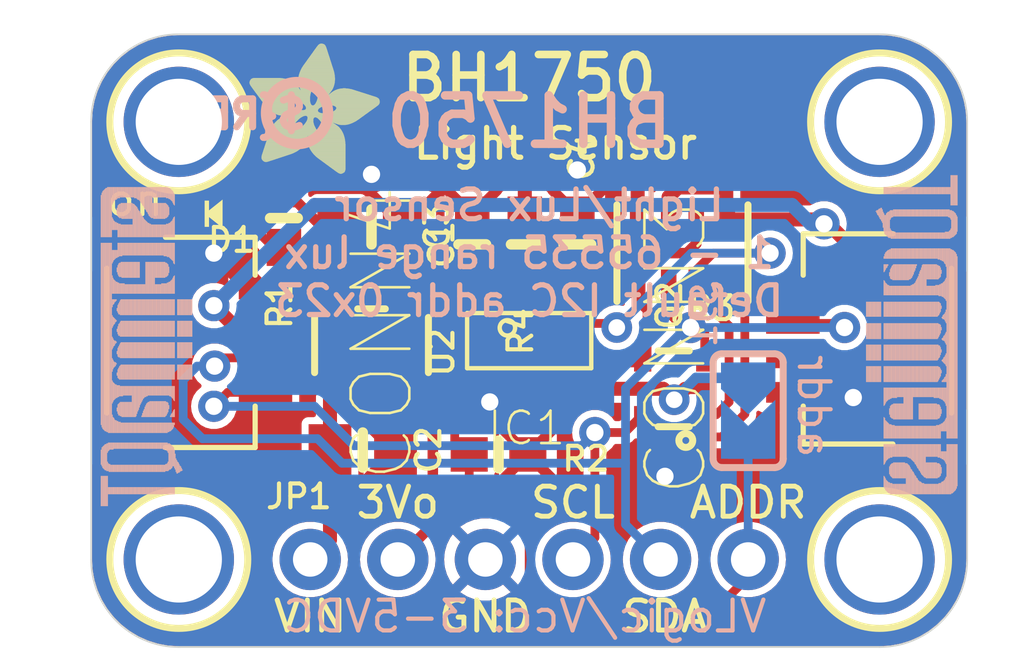
<source format=kicad_pcb>
(kicad_pcb (version 20221018) (generator pcbnew)
  (layers (0 "F.Cu" signal) (31 "B.Cu" signal) (34 "B.Paste" user) (35 "F.Paste" user) (36 "B.SilkS" user "B.Silkscreen") (37 "F.SilkS" user "F.Silkscreen") (38 "B.Mask" user) (39 "F.Mask" user) (44 "Edge.Cuts" user))
  (net 0 "")
  (net 1 "GND")
  (net 2 "SDA")
  (net 3 "SCL")
  (net 4 "SCL_3V")
  (net 5 "SDA_3V")
  (net 6 "3.3V")
  (net 7 "ADDR")
  (net 8 "VCC")
  (net 9 "N$1")
  (net 10 "N$2")
  (footprint "working:0805-NO" (layer "F.Cu") (at 143.6751 108.1786)
    (fp_text reference "C2" (at 1.905 -0.762 90) (layer "F.SilkS") (effects (font (size 0.692831 0.692831) (thickness 0.119969)) (justify right)))
    (fp_text value "10uF")
    (pad "1" smd rect (at -0.95 0) (size 1.24 1.5) (layers "F.Cu" "F.Paste" "F.Mask") (net 8 "VCC"))
    (pad "2" smd rect (at 0.95 0) (size 1.24 1.5) (layers "F.Cu" "F.Paste" "F.Mask") (net 1 "GND"))
  )
  (footprint "working:RESPACK_4X0603" (layer "F.Cu") (at 152.9461 102.4636 180)
    (fp_text reference "R3" (at -1.6 -1.6) (layer "F.SilkS") (effects (font (size 0.692831 0.692831) (thickness 0.119969)) (justify right)))
    (fp_text value "10K")
    (pad "1" smd rect (at -1.3 0.85 180) (size 0.45 0.9) (layers "F.Cu" "F.Paste" "F.Mask") (net 8 "VCC"))
    (pad "2" smd rect (at -0.4 0.85 180) (size 0.45 0.9) (layers "F.Cu" "F.Paste" "F.Mask") (net 6 "3.3V"))
    (pad "3" smd rect (at 0.4 0.85 180) (size 0.45 0.9) (layers "F.Cu" "F.Paste" "F.Mask") (net 8 "VCC"))
    (pad "4" smd rect (at 1.3 0.85 180) (size 0.45 0.9) (layers "F.Cu" "F.Paste" "F.Mask") (net 6 "3.3V"))
    (pad "5" smd rect (at 1.3 -0.85 180) (size 0.45 0.9) (layers "F.Cu" "F.Paste" "F.Mask") (net 5 "SDA_3V"))
    (pad "6" smd rect (at 0.4 -0.85 180) (size 0.45 0.9) (layers "F.Cu" "F.Paste" "F.Mask") (net 2 "SDA"))
    (pad "7" smd rect (at -0.4 -0.85 180) (size 0.45 0.9) (layers "F.Cu" "F.Paste" "F.Mask") (net 4 "SCL_3V"))
    (pad "8" smd rect (at -1.3 -0.85 180) (size 0.45 0.9) (layers "F.Cu" "F.Paste" "F.Mask") (net 3 "SCL"))
  )
  (footprint "working:0603-NO" (layer "F.Cu") (at 148.3741 102.2096 -90)
    (fp_text reference "R4" (at 1.778 0.127 90) (layer "F.SilkS") (effects (font (size 0.692831 0.692831) (thickness 0.119969)) (justify right)))
    (fp_text value "1K")
    (pad "1" smd rect (at -0.85 0 270) (size 1.075 1) (layers "F.Cu" "F.Paste" "F.Mask") (net 6 "3.3V"))
    (pad "2" smd rect (at 0.85 0 270) (size 1.075 1) (layers "F.Cu" "F.Paste" "F.Mask") (net 10 "N$2"))
  )
  (footprint "working:0603-NO" (layer "F.Cu") (at 146.8501 102.2096 90)
    (fp_text reference "C1" (at -0.762 -0.889 90) (layer "F.SilkS") (effects (font (size 0.692831 0.692831) (thickness 0.119969)) (justify left)))
    (fp_text value "0.1uF")
    (pad "1" smd rect (at -0.85 0 90) (size 1.075 1) (layers "F.Cu" "F.Paste" "F.Mask") (net 6 "3.3V"))
    (pad "2" smd rect (at 0.85 0 90) (size 1.075 1) (layers "F.Cu" "F.Paste" "F.Mask") (net 1 "GND"))
  )
  (footprint "working:0603-NO" (layer "F.Cu") (at 147.6121 108.3056)
    (fp_text reference "R2" (at 1.778 0.127) (layer "F.SilkS") (effects (font (size 0.692831 0.692831) (thickness 0.119969)) (justify left)))
    (fp_text value "10K")
    (pad "1" smd rect (at -0.85 0) (size 1.075 1) (layers "F.Cu" "F.Paste" "F.Mask") (net 7 "ADDR"))
    (pad "2" smd rect (at 0.85 0) (size 1.075 1) (layers "F.Cu" "F.Paste" "F.Mask") (net 1 "GND"))
  )
  (footprint "working:SOT363" (layer "F.Cu") (at 152.6921 106.4006 90)
    (fp_text reference "Q2" (at 1.651 -0.127 90) (layer "F.SilkS") (effects (font (size 0.692831 0.692831) (thickness 0.119969)) (justify left)))
    (fp_text value "BSS138BKS")
    (pad "1" smd rect (at -0.75 0.9 90) (size 0.5 0.5) (layers "F.Cu" "F.Paste" "F.Mask") (net 4 "SCL_3V"))
    (pad "2" smd rect (at 0 0.9 90) (size 0.4 0.5) (layers "F.Cu" "F.Paste" "F.Mask") (net 6 "3.3V"))
    (pad "3" smd rect (at 0.75 0.9 90) (size 0.5 0.5) (layers "F.Cu" "F.Paste" "F.Mask") (net 2 "SDA"))
    (pad "4" smd rect (at 0.75 -0.9 90) (size 0.5 0.5) (layers "F.Cu" "F.Paste" "F.Mask") (net 5 "SDA_3V"))
    (pad "5" smd rect (at 0 -0.9 90) (size 0.4 0.5) (layers "F.Cu" "F.Paste" "F.Mask") (net 6 "3.3V"))
    (pad "6" smd rect (at -0.75 -0.9 90) (size 0.5 0.5) (layers "F.Cu" "F.Paste" "F.Mask") (net 3 "SCL"))
  )
  (footprint "working:JST_SH4" (layer "F.Cu") (at 158.6611 105.0036 90)
    (fp_text reference "CONN3" (at -4.6 -5.9 90) (layer "F.SilkS") (effects (font (size 1.703222 1.703222) (thickness 0.074778)) (justify left)))
    (fp_text value "SM04B-SRSS-TB" hide)
    (pad "1" smd rect (at -1.5 -2.514 180) (size 1.55 0.6) (layers "F.Cu" "F.Paste" "F.Mask") (net 1 "GND"))
    (pad "2" smd rect (at -0.5 -2.514 180) (size 1.55 0.6) (layers "F.Cu" "F.Paste" "F.Mask") (net 8 "VCC"))
    (pad "3" smd rect (at 0.5 -2.514 180) (size 1.55 0.6) (layers "F.Cu" "F.Paste" "F.Mask") (net 2 "SDA"))
    (pad "4" smd rect (at 1.5 -2.514 180) (size 1.55 0.6) (layers "F.Cu" "F.Paste" "F.Mask") (net 3 "SCL"))
    (pad "MT1" smd rect (at -2.8 1.386 180) (size 1.8 1.2) (layers "F.Cu" "F.Paste" "F.Mask"))
    (pad "MT2" smd rect (at 2.8 1.386 180) (size 1.8 1.2) (layers "F.Cu" "F.Paste" "F.Mask"))
  )
  (footprint "working:FIDUCIAL_1MM" (layer "F.Cu") (at 155.3591 97.3836)
    (fp_text reference "FID4" hide)
    (fp_text value "FIDUCIAL_1MM" hide)
    (pad "1" smd roundrect (at 0 0) (size 1 1) (layers "F.Cu" "F.Mask") (roundrect_rratio 0.5))
  )
  (footprint "working:1X06_ROUND_70" (layer "F.Cu") (at 148.5011 111.3536)
    (fp_text reference "JP1" (at -7.6962 -1.8288) (layer "F.SilkS") (effects (font (size 0.692831 0.692831) (thickness 0.119969)) (justify left)))
    (fp_text value "")
    (pad "1" thru_hole circle (at -6.35 0 90) (size 1.778 1.778) (drill 1) (layers "*.Cu" "*.Mask") (net 8 "VCC"))
    (pad "2" thru_hole circle (at -3.81 0 90) (size 1.778 1.778) (drill 1) (layers "*.Cu" "*.Mask") (net 6 "3.3V"))
    (pad "3" thru_hole circle (at -1.27 0 90) (size 1.778 1.778) (drill 1) (layers "*.Cu" "*.Mask") (net 1 "GND"))
    (pad "4" thru_hole circle (at 1.27 0 90) (size 1.778 1.778) (drill 1) (layers "*.Cu" "*.Mask") (net 3 "SCL"))
    (pad "5" thru_hole circle (at 3.81 0 90) (size 1.778 1.778) (drill 1) (layers "*.Cu" "*.Mask") (net 2 "SDA"))
    (pad "6" thru_hole circle (at 6.35 0 90) (size 1.778 1.778) (drill 1) (layers "*.Cu" "*.Mask") (net 7 "ADDR"))
  )
  (footprint "working:MOUNTINGHOLE_2.5_PLATED" (layer "F.Cu") (at 138.3411 111.3536)
    (fp_text reference "U$19" hide)
    (fp_text value "MOUNTINGHOLE2.5" hide)
    (pad "P$1" thru_hole circle (at 0 0) (size 3.2 3.2) (drill 2.5) (layers "*.Cu" "*.Mask"))
    (zone (net 0) (net_name "") (layer "F.Cu") (connect_pads (clearance 0)) (min_thickness 0.25)
      (keepout (tracks not_allowed) (vias not_allowed) (pads not_allowed) (copperpour not_allowed) (footprints allowed))
      (fill (thermal_gap 0.5) (thermal_bridge_width 0.5))
      (polygon (pts (xy 140.3571 111.3536) (xy 140.33748 111.073027) (xy 140.279004 110.797915) (xy 140.182808 110.533619) (xy 140.050765 110.285283) (xy 139.885446 110.05774) (xy 139.690067 109.85542) (xy 139.468433 109.68226) (xy 139.224856 109.541631) (xy 138.964078 109.43627) (xy 138.691175 109.368228) (xy 138.411457 109.338828) (xy 138.130371 109.348644) (xy 137.853385 109.397484) (xy 137.585893 109.484397) (xy 137.3331 109.607693) (xy 137.099926 109.76497) (xy 136.890911 109.953169) (xy 136.710122 110.168625) (xy 136.561078 110.407145) (xy 136.44668 110.664087) (xy 136.369154 110.93445) (xy 136.330011 111.212971) (xy 136.330011 111.494229) (xy 136.369154 111.77275) (xy 136.44668 112.043113) (xy 136.561078 112.300055) (xy 136.710122 112.538575) (xy 136.890911 112.754031) (xy 137.099926 112.94223) (xy 137.3331 113.099507) (xy 137.585893 113.222803) (xy 137.853385 113.309716) (xy 138.130371 113.358556) (xy 138.411457 113.368372) (xy 138.691175 113.338972) (xy 138.964078 113.27093) (xy 139.224856 113.165569) (xy 139.468433 113.02494) (xy 139.690067 112.85178) (xy 139.885446 112.64946) (xy 140.050765 112.421917) (xy 140.182808 112.173581) (xy 140.279004 111.909285) (xy 140.33748 111.634173)))
      (polygon (pts (xy 138.3251 111.3536) (xy 138.329786 111.364914) (xy 138.3411 111.3696) (xy 138.352414 111.364914) (xy 138.3571 111.3536) (xy 138.352414 111.342286) (xy 138.3411 111.3376) (xy 138.329786 111.342286)))
    )
    (zone (net 0) (net_name "") (layer "B.Cu") (connect_pads (clearance 0)) (min_thickness 0.25)
      (keepout (tracks not_allowed) (vias not_allowed) (pads not_allowed) (copperpour not_allowed) (footprints allowed))
      (fill (thermal_gap 0.5) (thermal_bridge_width 0.5))
      (polygon (pts (xy 140.3571 111.3536) (xy 140.33748 111.073027) (xy 140.279004 110.797915) (xy 140.182808 110.533619) (xy 140.050765 110.285283) (xy 139.885446 110.05774) (xy 139.690067 109.85542) (xy 139.468433 109.68226) (xy 139.224856 109.541631) (xy 138.964078 109.43627) (xy 138.691175 109.368228) (xy 138.411457 109.338828) (xy 138.130371 109.348644) (xy 137.853385 109.397484) (xy 137.585893 109.484397) (xy 137.3331 109.607693) (xy 137.099926 109.76497) (xy 136.890911 109.953169) (xy 136.710122 110.168625) (xy 136.561078 110.407145) (xy 136.44668 110.664087) (xy 136.369154 110.93445) (xy 136.330011 111.212971) (xy 136.330011 111.494229) (xy 136.369154 111.77275) (xy 136.44668 112.043113) (xy 136.561078 112.300055) (xy 136.710122 112.538575) (xy 136.890911 112.754031) (xy 137.099926 112.94223) (xy 137.3331 113.099507) (xy 137.585893 113.222803) (xy 137.853385 113.309716) (xy 138.130371 113.358556) (xy 138.411457 113.368372) (xy 138.691175 113.338972) (xy 138.964078 113.27093) (xy 139.224856 113.165569) (xy 139.468433 113.02494) (xy 139.690067 112.85178) (xy 139.885446 112.64946) (xy 140.050765 112.421917) (xy 140.182808 112.173581) (xy 140.279004 111.909285) (xy 140.33748 111.634173)))
      (polygon (pts (xy 138.3251 111.3536) (xy 138.329786 111.364914) (xy 138.3411 111.3696) (xy 138.352414 111.364914) (xy 138.3571 111.3536) (xy 138.352414 111.342286) (xy 138.3411 111.3376) (xy 138.329786 111.342286)))
    )
  )
  (footprint "working:0603-NO" (layer "F.Cu") (at 149.8981 102.2096 90)
    (fp_text reference "C4" (at 1.778 0.127 90) (layer "F.SilkS") (effects (font (size 0.692831 0.692831) (thickness 0.119969)) (justify left)))
    (fp_text value "1uF")
    (pad "1" smd rect (at -0.85 0 90) (size 1.075 1) (layers "F.Cu" "F.Paste" "F.Mask") (net 10 "N$2"))
    (pad "2" smd rect (at 0.85 0 90) (size 1.075 1) (layers "F.Cu" "F.Paste" "F.Mask") (net 1 "GND"))
  )
  (footprint "working:MOUNTINGHOLE_2.5_PLATED" (layer "F.Cu") (at 158.6611 111.3536)
    (fp_text reference "U$21" hide)
    (fp_text value "MOUNTINGHOLE2.5" hide)
    (pad "P$1" thru_hole circle (at 0 0) (size 3.2 3.2) (drill 2.5) (layers "*.Cu" "*.Mask"))
    (zone (net 0) (net_name "") (layer "F.Cu") (connect_pads (clearance 0)) (min_thickness 0.25)
      (keepout (tracks not_allowed) (vias not_allowed) (pads not_allowed) (copperpour not_allowed) (footprints allowed))
      (fill (thermal_gap 0.5) (thermal_bridge_width 0.5))
      (polygon (pts (xy 160.6771 111.3536) (xy 160.65748 111.073027) (xy 160.599004 110.797915) (xy 160.502808 110.533619) (xy 160.370765 110.285283) (xy 160.205446 110.05774) (xy 160.010067 109.85542) (xy 159.788433 109.68226) (xy 159.544856 109.541631) (xy 159.284078 109.43627) (xy 159.011175 109.368228) (xy 158.731457 109.338828) (xy 158.450371 109.348644) (xy 158.173385 109.397484) (xy 157.905893 109.484397) (xy 157.6531 109.607693) (xy 157.419926 109.76497) (xy 157.210911 109.953169) (xy 157.030122 110.168625) (xy 156.881078 110.407145) (xy 156.76668 110.664087) (xy 156.689154 110.93445) (xy 156.650011 111.212971) (xy 156.650011 111.494229) (xy 156.689154 111.77275) (xy 156.76668 112.043113) (xy 156.881078 112.300055) (xy 157.030122 112.538575) (xy 157.210911 112.754031) (xy 157.419926 112.94223) (xy 157.6531 113.099507) (xy 157.905893 113.222803) (xy 158.173385 113.309716) (xy 158.450371 113.358556) (xy 158.731457 113.368372) (xy 159.011175 113.338972) (xy 159.284078 113.27093) (xy 159.544856 113.165569) (xy 159.788433 113.02494) (xy 160.010067 112.85178) (xy 160.205446 112.64946) (xy 160.370765 112.421917) (xy 160.502808 112.173581) (xy 160.599004 111.909285) (xy 160.65748 111.634173)))
      (polygon (pts (xy 158.6451 111.3536) (xy 158.649786 111.364914) (xy 158.6611 111.3696) (xy 158.672414 111.364914) (xy 158.6771 111.3536) (xy 158.672414 111.342286) (xy 158.6611 111.3376) (xy 158.649786 111.342286)))
    )
    (zone (net 0) (net_name "") (layer "B.Cu") (connect_pads (clearance 0)) (min_thickness 0.25)
      (keepout (tracks not_allowed) (vias not_allowed) (pads not_allowed) (copperpour not_allowed) (footprints allowed))
      (fill (thermal_gap 0.5) (thermal_bridge_width 0.5))
      (polygon (pts (xy 160.6771 111.3536) (xy 160.65748 111.073027) (xy 160.599004 110.797915) (xy 160.502808 110.533619) (xy 160.370765 110.285283) (xy 160.205446 110.05774) (xy 160.010067 109.85542) (xy 159.788433 109.68226) (xy 159.544856 109.541631) (xy 159.284078 109.43627) (xy 159.011175 109.368228) (xy 158.731457 109.338828) (xy 158.450371 109.348644) (xy 158.173385 109.397484) (xy 157.905893 109.484397) (xy 157.6531 109.607693) (xy 157.419926 109.76497) (xy 157.210911 109.953169) (xy 157.030122 110.168625) (xy 156.881078 110.407145) (xy 156.76668 110.664087) (xy 156.689154 110.93445) (xy 156.650011 111.212971) (xy 156.650011 111.494229) (xy 156.689154 111.77275) (xy 156.76668 112.043113) (xy 156.881078 112.300055) (xy 157.030122 112.538575) (xy 157.210911 112.754031) (xy 157.419926 112.94223) (xy 157.6531 113.099507) (xy 157.905893 113.222803) (xy 158.173385 113.309716) (xy 158.450371 113.358556) (xy 158.731457 113.368372) (xy 159.011175 113.338972) (xy 159.284078 113.27093) (xy 159.544856 113.165569) (xy 159.788433 113.02494) (xy 160.010067 112.85178) (xy 160.205446 112.64946) (xy 160.370765 112.421917) (xy 160.502808 112.173581) (xy 160.599004 111.909285) (xy 160.65748 111.634173)))
      (polygon (pts (xy 158.6451 111.3536) (xy 158.649786 111.364914) (xy 158.6611 111.3696) (xy 158.672414 111.364914) (xy 158.6771 111.3536) (xy 158.672414 111.342286) (xy 158.6611 111.3376) (xy 158.649786 111.342286)))
    )
  )
  (footprint "working:MOUNTINGHOLE_2.5_PLATED" (layer "F.Cu") (at 158.6611 98.6536)
    (fp_text reference "U$17" hide)
    (fp_text value "MOUNTINGHOLE2.5" hide)
    (pad "P$1" thru_hole circle (at 0 0) (size 3.2 3.2) (drill 2.5) (layers "*.Cu" "*.Mask"))
    (zone (net 0) (net_name "") (layer "F.Cu") (connect_pads (clearance 0)) (min_thickness 0.25)
      (keepout (tracks not_allowed) (vias not_allowed) (pads not_allowed) (copperpour not_allowed) (footprints allowed))
      (fill (thermal_gap 0.5) (thermal_bridge_width 0.5))
      (polygon (pts (xy 160.6771 98.6536) (xy 160.65748 98.373027) (xy 160.599004 98.097915) (xy 160.502808 97.833619) (xy 160.370765 97.585283) (xy 160.205446 97.35774) (xy 160.010067 97.15542) (xy 159.788433 96.98226) (xy 159.544856 96.841631) (xy 159.284078 96.73627) (xy 159.011175 96.668228) (xy 158.731457 96.638828) (xy 158.450371 96.648644) (xy 158.173385 96.697484) (xy 157.905893 96.784397) (xy 157.6531 96.907693) (xy 157.419926 97.06497) (xy 157.210911 97.253169) (xy 157.030122 97.468625) (xy 156.881078 97.707145) (xy 156.76668 97.964087) (xy 156.689154 98.23445) (xy 156.650011 98.512971) (xy 156.650011 98.794229) (xy 156.689154 99.07275) (xy 156.76668 99.343113) (xy 156.881078 99.600055) (xy 157.030122 99.838575) (xy 157.210911 100.054031) (xy 157.419926 100.24223) (xy 157.6531 100.399507) (xy 157.905893 100.522803) (xy 158.173385 100.609716) (xy 158.450371 100.658556) (xy 158.731457 100.668372) (xy 159.011175 100.638972) (xy 159.284078 100.57093) (xy 159.544856 100.465569) (xy 159.788433 100.32494) (xy 160.010067 100.15178) (xy 160.205446 99.94946) (xy 160.370765 99.721917) (xy 160.502808 99.473581) (xy 160.599004 99.209285) (xy 160.65748 98.934173)))
      (polygon (pts (xy 158.6451 98.6536) (xy 158.649786 98.664914) (xy 158.6611 98.6696) (xy 158.672414 98.664914) (xy 158.6771 98.6536) (xy 158.672414 98.642286) (xy 158.6611 98.6376) (xy 158.649786 98.642286)))
    )
    (zone (net 0) (net_name "") (layer "B.Cu") (connect_pads (clearance 0)) (min_thickness 0.25)
      (keepout (tracks not_allowed) (vias not_allowed) (pads not_allowed) (copperpour not_allowed) (footprints allowed))
      (fill (thermal_gap 0.5) (thermal_bridge_width 0.5))
      (polygon (pts (xy 160.6771 98.6536) (xy 160.65748 98.373027) (xy 160.599004 98.097915) (xy 160.502808 97.833619) (xy 160.370765 97.585283) (xy 160.205446 97.35774) (xy 160.010067 97.15542) (xy 159.788433 96.98226) (xy 159.544856 96.841631) (xy 159.284078 96.73627) (xy 159.011175 96.668228) (xy 158.731457 96.638828) (xy 158.450371 96.648644) (xy 158.173385 96.697484) (xy 157.905893 96.784397) (xy 157.6531 96.907693) (xy 157.419926 97.06497) (xy 157.210911 97.253169) (xy 157.030122 97.468625) (xy 156.881078 97.707145) (xy 156.76668 97.964087) (xy 156.689154 98.23445) (xy 156.650011 98.512971) (xy 156.650011 98.794229) (xy 156.689154 99.07275) (xy 156.76668 99.343113) (xy 156.881078 99.600055) (xy 157.030122 99.838575) (xy 157.210911 100.054031) (xy 157.419926 100.24223) (xy 157.6531 100.399507) (xy 157.905893 100.522803) (xy 158.173385 100.609716) (xy 158.450371 100.658556) (xy 158.731457 100.668372) (xy 159.011175 100.638972) (xy 159.284078 100.57093) (xy 159.544856 100.465569) (xy 159.788433 100.32494) (xy 160.010067 100.15178) (xy 160.205446 99.94946) (xy 160.370765 99.721917) (xy 160.502808 99.473581) (xy 160.599004 99.209285) (xy 160.65748 98.934173)))
      (polygon (pts (xy 158.6451 98.6536) (xy 158.649786 98.664914) (xy 158.6611 98.6696) (xy 158.672414 98.664914) (xy 158.6771 98.6536) (xy 158.672414 98.642286) (xy 158.6611 98.6376) (xy 158.649786 98.642286)))
    )
  )
  (footprint "working:MOUNTINGHOLE_2.5_PLATED" (layer "F.Cu") (at 138.3411 98.6536)
    (fp_text reference "U$1" hide)
    (fp_text value "MOUNTINGHOLE2.5" hide)
    (pad "P$1" thru_hole circle (at 0 0) (size 3.2 3.2) (drill 2.5) (layers "*.Cu" "*.Mask"))
    (zone (net 0) (net_name "") (layer "F.Cu") (connect_pads (clearance 0)) (min_thickness 0.25)
      (keepout (tracks not_allowed) (vias not_allowed) (pads not_allowed) (copperpour not_allowed) (footprints allowed))
      (fill (thermal_gap 0.5) (thermal_bridge_width 0.5))
      (polygon (pts (xy 140.3571 98.6536) (xy 140.33748 98.373027) (xy 140.279004 98.097915) (xy 140.182808 97.833619) (xy 140.050765 97.585283) (xy 139.885446 97.35774) (xy 139.690067 97.15542) (xy 139.468433 96.98226) (xy 139.224856 96.841631) (xy 138.964078 96.73627) (xy 138.691175 96.668228) (xy 138.411457 96.638828) (xy 138.130371 96.648644) (xy 137.853385 96.697484) (xy 137.585893 96.784397) (xy 137.3331 96.907693) (xy 137.099926 97.06497) (xy 136.890911 97.253169) (xy 136.710122 97.468625) (xy 136.561078 97.707145) (xy 136.44668 97.964087) (xy 136.369154 98.23445) (xy 136.330011 98.512971) (xy 136.330011 98.794229) (xy 136.369154 99.07275) (xy 136.44668 99.343113) (xy 136.561078 99.600055) (xy 136.710122 99.838575) (xy 136.890911 100.054031) (xy 137.099926 100.24223) (xy 137.3331 100.399507) (xy 137.585893 100.522803) (xy 137.853385 100.609716) (xy 138.130371 100.658556) (xy 138.411457 100.668372) (xy 138.691175 100.638972) (xy 138.964078 100.57093) (xy 139.224856 100.465569) (xy 139.468433 100.32494) (xy 139.690067 100.15178) (xy 139.885446 99.94946) (xy 140.050765 99.721917) (xy 140.182808 99.473581) (xy 140.279004 99.209285) (xy 140.33748 98.934173)))
      (polygon (pts (xy 138.3251 98.6536) (xy 138.329786 98.664914) (xy 138.3411 98.6696) (xy 138.352414 98.664914) (xy 138.3571 98.6536) (xy 138.352414 98.642286) (xy 138.3411 98.6376) (xy 138.329786 98.642286)))
    )
    (zone (net 0) (net_name "") (layer "B.Cu") (connect_pads (clearance 0)) (min_thickness 0.25)
      (keepout (tracks not_allowed) (vias not_allowed) (pads not_allowed) (copperpour not_allowed) (footprints allowed))
      (fill (thermal_gap 0.5) (thermal_bridge_width 0.5))
      (polygon (pts (xy 140.3571 98.6536) (xy 140.33748 98.373027) (xy 140.279004 98.097915) (xy 140.182808 97.833619) (xy 140.050765 97.585283) (xy 139.885446 97.35774) (xy 139.690067 97.15542) (xy 139.468433 96.98226) (xy 139.224856 96.841631) (xy 138.964078 96.73627) (xy 138.691175 96.668228) (xy 138.411457 96.638828) (xy 138.130371 96.648644) (xy 137.853385 96.697484) (xy 137.585893 96.784397) (xy 137.3331 96.907693) (xy 137.099926 97.06497) (xy 136.890911 97.253169) (xy 136.710122 97.468625) (xy 136.561078 97.707145) (xy 136.44668 97.964087) (xy 136.369154 98.23445) (xy 136.330011 98.512971) (xy 136.330011 98.794229) (xy 136.369154 99.07275) (xy 136.44668 99.343113) (xy 136.561078 99.600055) (xy 136.710122 99.838575) (xy 136.890911 100.054031) (xy 137.099926 100.24223) (xy 137.3331 100.399507) (xy 137.585893 100.522803) (xy 137.853385 100.609716) (xy 138.130371 100.658556) (xy 138.411457 100.668372) (xy 138.691175 100.638972) (xy 138.964078 100.57093) (xy 139.224856 100.465569) (xy 139.468433 100.32494) (xy 139.690067 100.15178) (xy 139.885446 99.94946) (xy 140.050765 99.721917) (xy 140.182808 99.473581) (xy 140.279004 99.209285) (xy 140.33748 98.934173)))
      (polygon (pts (xy 138.3251 98.6536) (xy 138.329786 98.664914) (xy 138.3411 98.6696) (xy 138.352414 98.664914) (xy 138.3571 98.6536) (xy 138.352414 98.642286) (xy 138.3411 98.6376) (xy 138.329786 98.642286)))
    )
  )
  (footprint "working:WSOF-6" (layer "F.Cu") (at 148.5011 105.0036)
    (fp_text reference "IC1" (at -1.27 2.54) (layer "F.SilkS") (effects (font (size 0.941222 0.941222) (thickness 0.074778)) (justify left)))
    (fp_text value "BH1750")
    (pad "1" smd rect (at -1.375 -0.5 90) (size 0.25 0.55) (layers "F.Cu" "F.Paste" "F.Mask") (net 6 "3.3V"))
    (pad "2" smd rect (at -1.375 0 90) (size 0.25 0.55) (layers "F.Cu" "F.Paste" "F.Mask") (net 7 "ADDR"))
    (pad "3" smd rect (at -1.375 0.5 90) (size 0.25 0.55) (layers "F.Cu" "F.Paste" "F.Mask") (net 1 "GND"))
    (pad "4" smd rect (at 1.375 0.5 90) (size 0.25 0.55) (layers "F.Cu" "F.Paste" "F.Mask") (net 5 "SDA_3V"))
    (pad "5" smd rect (at 1.375 0 90) (size 0.25 0.55) (layers "F.Cu" "F.Paste" "F.Mask") (net 10 "N$2"))
    (pad "6" smd rect (at 1.375 -0.5 90) (size 0.25 0.55) (layers "F.Cu" "F.Paste" "F.Mask") (net 4 "SCL_3V"))
  )
  (footprint "working:CHIPLED_0603_NOOUTLINE" (layer "F.Cu") (at 139.3571 101.3206 90)
    (fp_text reference "D1" (at -0.762 1.27) (layer "F.SilkS") (effects (font (size 0.692831 0.692831) (thickness 0.119969)) (justify right)))
    (fp_text value "GREEN")
    (pad "A" smd rect (at 0 0.75 90) (size 0.8 0.8) (layers "F.Cu" "F.Paste" "F.Mask") (net 9 "N$1"))
    (pad "C" smd rect (at 0 -0.75 90) (size 0.8 0.8) (layers "F.Cu" "F.Paste" "F.Mask") (net 1 "GND"))
  )
  (footprint "working:ADAFRUIT_3.5MM" (layer "F.Cu") (at 140.3731 100.1776)
    (fp_text reference "U$22" hide)
    (fp_text value "" hide)
  )
  (footprint "working:0603-NO" (layer "F.Cu") (at 141.3891 101.4476 -90)
    (fp_text reference "R1" (at 1.778 0.127 90) (layer "F.SilkS") (effects (font (size 0.692831 0.692831) (thickness 0.119969)) (justify right)))
    (fp_text value "10K")
    (pad "1" smd rect (at -0.85 0 270) (size 1.075 1) (layers "F.Cu" "F.Paste" "F.Mask") (net 6 "3.3V"))
    (pad "2" smd rect (at 0.85 0 270) (size 1.075 1) (layers "F.Cu" "F.Paste" "F.Mask") (net 9 "N$1"))
  )
  (footprint "working:FIDUCIAL_1MM" (layer "F.Cu") (at 140.8811 109.3216)
    (fp_text reference "FID3" hide)
    (fp_text value "FIDUCIAL_1MM" hide)
    (pad "1" smd roundrect (at 0 0) (size 1 1) (layers "F.Cu" "F.Mask") (roundrect_rratio 0.5))
  )
  (footprint "working:0805-NO" (layer "F.Cu") (at 143.9291 101.7016)
    (fp_text reference "C3" (at 1.905 -0.762 90) (layer "F.SilkS") (effects (font (size 0.692831 0.692831) (thickness 0.119969)) (justify right)))
    (fp_text value "10uF")
    (pad "1" smd rect (at -0.95 0) (size 1.24 1.5) (layers "F.Cu" "F.Paste" "F.Mask") (net 6 "3.3V"))
    (pad "2" smd rect (at 0.95 0) (size 1.24 1.5) (layers "F.Cu" "F.Paste" "F.Mask") (net 1 "GND"))
  )
  (footprint "working:SOT23-5" (layer "F.Cu") (at 143.9291 105.1306)
    (fp_text reference "U2" (at 2.032 -0.562 90) (layer "F.SilkS") (effects (font (size 0.692831 0.692831) (thickness 0.119969)) (justify right)))
    (fp_text value "AP2112K-3.3")
    (pad "1" smd rect (at -0.95 1.3001) (size 0.55 1.2) (layers "F.Cu" "F.Paste" "F.Mask") (net 8 "VCC"))
    (pad "2" smd rect (at 0 1.3001) (size 0.55 1.2) (layers "F.Cu" "F.Paste" "F.Mask") (net 1 "GND"))
    (pad "3" smd rect (at 0.95 1.3001) (size 0.55 1.2) (layers "F.Cu" "F.Paste" "F.Mask") (net 8 "VCC"))
    (pad "4" smd rect (at 0.95 -1.3001) (size 0.55 1.2) (layers "F.Cu" "F.Paste" "F.Mask"))
    (pad "5" smd rect (at -0.95 -1.3001) (size 0.55 1.2) (layers "F.Cu" "F.Paste" "F.Mask") (net 6 "3.3V"))
  )
  (footprint "working:JST_SH4" (layer "F.Cu") (at 138.3411 105.0036 -90)
    (fp_text reference "CONN4" (at -4.6 -5.9 90) (layer "F.SilkS") (effects (font (size 1.703222 1.703222) (thickness 0.074778)) (justify right)))
    (fp_text value "SM04B-SRSS-TB" hide)
    (pad "1" smd rect (at -1.5 -2.514) (size 1.55 0.6) (layers "F.Cu" "F.Paste" "F.Mask") (net 1 "GND"))
    (pad "2" smd rect (at -0.5 -2.514) (size 1.55 0.6) (layers "F.Cu" "F.Paste" "F.Mask") (net 8 "VCC"))
    (pad "3" smd rect (at 0.5 -2.514) (size 1.55 0.6) (layers "F.Cu" "F.Paste" "F.Mask") (net 2 "SDA"))
    (pad "4" smd rect (at 1.5 -2.514) (size 1.55 0.6) (layers "F.Cu" "F.Paste" "F.Mask") (net 3 "SCL"))
    (pad "MT1" smd rect (at -2.8 1.386) (size 1.8 1.2) (layers "F.Cu" "F.Paste" "F.Mask"))
    (pad "MT2" smd rect (at 2.8 1.386) (size 1.8 1.2) (layers "F.Cu" "F.Paste" "F.Mask"))
  )
  (footprint "working:SOLDERJUMPER_ARROW_NOPASTE" (layer "B.Cu") (at 154.8511 107.0356 -90)
    (fp_text reference "SJ1" (at -1.778 1.27 -270) (layer "B.SilkS") (effects (font (size 0.692831 0.692831) (thickness 0.119969)) (justify right mirror)))
    (fp_text value "")
    (fp_poly (pts (xy 0.106121 -0.002663) (xy -0.679416 -0.7882) (xy -1.3946 -0.7882) (xy -1.3946 0.7882) (xy -0.62715 0.7882)) (fill solid) (layer "B.Cu"))
    (fp_poly (pts (xy 1.3946 -0.7882) (xy -0.315893 -0.7882) (xy 0.443148 0) (xy -0.315893 0.7882) (xy 1.3946 0.7882)) (fill solid) (layer "B.Cu"))
    (pad "1" smd roundrect (at -1.016 0 270) (size 0.762 1.524) (layers "B.Cu") (net 6 "3.3V"))
    (pad "2" smd roundrect (at 1.016 0 270) (size 0.762 1.524) (layers "B.Cu") (net 7 "ADDR"))
  )
  (footprint "working:STEMMAQT" (layer "B.Cu") (at 138.7221 100.5586 -90)
    (fp_text reference "U$31" hide)
    (fp_text value "" hide)
  )
  (footprint "working:STEMMAQT" (layer "B.Cu") (at 158.2801 109.4486 90)
    (fp_text reference "U$30" hide)
    (fp_text value "" hide)
  )
  (footprint "working:PCBFEAT-REV-040" (layer "B.Cu") (at 141.7701 98.3996 180)
    (fp_text reference "U$25" hide)
    (fp_text value "" hide)
    (fp_text user "${REV}" (at -0.3556 -0.508) (layer "B.SilkS") (effects (font (size 0.8128 0.8128) (thickness 0.2032)) (justify left bottom mirror)))
  )
  (gr_arc (start 135.8011 98.6536) (mid 136.545049 96.857549) (end 138.3411 96.1136) (stroke (width 0.05)) (layer "Edge.Cuts"))
  (gr_arc (start 161.2011 111.3536) (mid 160.457151 113.149651) (end 158.6611 113.8936) (stroke (width 0.05)) (layer "Edge.Cuts"))
  (gr_line (start 161.2011 111.3536) (end 161.2011 98.6536) (stroke (width 0.05)) (layer "Edge.Cuts"))
  (gr_arc (start 138.3411 113.8936) (mid 136.545049 113.149651) (end 135.8011 111.3536) (stroke (width 0.05)) (layer "Edge.Cuts"))
  (gr_line (start 138.3411 113.8936) (end 158.6611 113.8936) (stroke (width 0.05)) (layer "Edge.Cuts"))
  (gr_arc (start 158.6611 96.1136) (mid 160.457151 96.857549) (end 161.2011 98.6536) (stroke (width 0.05)) (layer "Edge.Cuts"))
  (gr_line (start 135.8011 98.6536) (end 135.8011 111.3536) (stroke (width 0.05)) (layer "Edge.Cuts"))
  (gr_line (start 158.6611 96.1136) (end 138.3411 96.1136) (stroke (width 0.05)) (layer "Edge.Cuts"))
  (gr_text "addr" (at 156.7561 106.9086 -90) (layer "B.SilkS") (effects (font (size 0.89408 0.89408) (thickness 0.12192)) (justify mirror)))
  (gr_text "BH1750" (at 148.5011 98.6536) (layer "B.SilkS") (effects (font (size 1.40335 1.40335) (thickness 0.24765)) (justify mirror)))
  (gr_text "VLogic/Vcc: 3-5VDC" (at 148.3741 113.0046) (layer "B.SilkS") (effects (font (size 0.89408 0.89408) (thickness 0.12192)) (justify mirror)))
  (gr_text "Light/Lux Sensor\n1 - 65535 range lux\nDefault I2C addr 0x23" (at 148.5011 102.4636) (layer "B.SilkS") (effects (font (size 0.8636 0.8636) (thickness 0.1524)) (justify mirror)))
  (gr_text "3Vo" (at 144.6911 109.7026) (layer "F.SilkS") (effects (font (size 0.87376 0.87376) (thickness 0.14224))))
  (gr_text "VIN" (at 142.1511 113.0046) (layer "F.SilkS") (effects (font (size 0.87376 0.87376) (thickness 0.14224))))
  (gr_text "BH1750" (at 148.5011 97.3836) (layer "F.SilkS") (effects (font (size 1.25222 1.25222) (thickness 0.22098))))
  (gr_text "ADDR" (at 154.8511 109.7026) (layer "F.SilkS") (effects (font (size 0.87376 0.87376) (thickness 0.14224))))
  (gr_text "Light Sensor" (at 149.2631 99.2886) (layer "F.SilkS") (effects (font (size 0.8636 0.8636) (thickness 0.1524))))
  (gr_text "on" (at 136.1821 101.4476) (layer "F.SilkS") (effects (font (size 0.89408 0.89408) (thickness 0.12192)) (justify left bottom)))
  (gr_text "GND" (at 147.2311 113.0046) (layer "F.SilkS") (effects (font (size 0.87376 0.87376) (thickness 0.14224))))
  (gr_text "SCL" (at 149.7711 109.7026) (layer "F.SilkS") (effects (font (size 0.87376 0.87376) (thickness 0.14224))))
  (gr_text "SDA" (at 152.4381 113.0046) (layer "F.SilkS") (effects (font (size 0.87376 0.87376) (thickness 0.14224))))
  (segment (start 140.8551 103.5036) (end 140.3971 103.5036) (width 0.4064) (layer "F.Cu") (net 1))
  (segment (start 144.6251 108.1786) (end 143.9291 107.4826) (width 0.4064) (layer "F.Cu") (net 1))
  (segment (start 140.3971 103.5036) (end 139.3571 102.4636) (width 0.4064) (layer "F.Cu") (net 1))
  (segment (start 143.9291 106.4307) (end 143.9291 107.4826) (width 0.4064) (layer "F.Cu") (net 1))
  (via (at 147.3581 106.7816) (size 0.9064) (drill 0.5) (layers "F.Cu" "B.Cu") (net 1))
  (via (at 157.8991 106.6546) (size 0.9064) (drill 0.5) (layers "F.Cu" "B.Cu") (net 1))
  (via (at 152.4381 108.9406) (size 0.9064) (drill 0.5) (layers "F.Cu" "B.Cu") (net 1))
  (via (at 143.9291 100.1776) (size 0.9064) (drill 0.5) (layers "F.Cu" "B.Cu") (net 1))
  (via (at 139.3571 102.4636) (size 0.9064) (drill 0.5) (layers "F.Cu" "B.Cu") (net 1))
  (via (at 149.8981 100.0506) (size 0.9064) (drill 0.5) (layers "F.Cu" "B.Cu") (net 1))
  (segment (start 153.5921 104.7616) (end 153.1811 104.7616) (width 0.254) (layer "F.Cu") (net 2))
  (segment (start 153.1811 104.6226) (end 153.1811 104.7616) (width 0.254) (layer "F.Cu") (net 2))
  (segment (start 152.5461 103.3136) (end 152.5461 104.2026) (width 0.254) (layer "F.Cu") (net 2))
  (segment (start 139.379706 105.5036) (end 139.379706 105.742994) (width 0.254) (layer "F.Cu") (net 2))
  (segment (start 140.8551 105.5036) (end 139.379706 105.5036) (width 0.254) (layer "F.Cu") (net 2))
  (segment (start 153.5921 104.7616) (end 153.5921 105.6506) (width 0.254) (layer "F.Cu") (net 2))
  (segment (start 156.1471 104.5036) (end 157.5261 104.5036) (width 0.254) (layer "F.Cu") (net 2))
  (segment (start 152.9661 104.6226) (end 153.1811 104.6226) (width 0.254) (layer "F.Cu") (net 2))
  (segment (start 157.5261 104.5036) (end 157.6451 104.6226) (width 0.254) (layer "F.Cu") (net 2))
  (segment (start 152.9661 104.6226) (end 152.5461 104.2026) (width 0.254) (layer "F.Cu") (net 2))
  (via (at 153.1811 104.6226) (size 0.9064) (drill 0.5) (layers "F.Cu" "B.Cu") (net 2))
  (via (at 139.379706 105.742994) (size 0.9064) (drill 0.5) (layers "F.Cu" "B.Cu") (net 2))
  (via (at 157.6451 104.6226) (size 0.9064) (drill 0.5) (layers "F.Cu" "B.Cu") (net 2))
  (segment (start 142.364 107.8484) (end 143.0752 108.5596) (width 0.254) (layer "B.Cu") (net 2))
  (segment (start 151.2951 108.5596) (end 151.2951 110.3376) (width 0.254) (layer "B.Cu") (net 2))
  (segment (start 138.871706 105.742994) (end 138.4681 106.1466) (width 0.254) (layer "B.Cu") (net 2))
  (segment (start 151.2951 110.3376) (end 152.3111 111.3536) (width 0.254) (layer "B.Cu") (net 2))
  (segment (start 139.379706 105.742994) (end 138.871706 105.742994) (width 0.254) (layer "B.Cu") (net 2))
  (segment (start 143.0752 108.5596) (end 151.2951 108.5596) (width 0.254) (layer "B.Cu") (net 2))
  (segment (start 138.4681 107.2896) (end 139.0269 107.8484) (width 0.254) (layer "B.Cu") (net 2))
  (segment (start 153.1811 104.6226) (end 153.0541 104.6226) (width 0.254) (layer "B.Cu") (net 2))
  (segment (start 153.0541 104.6226) (end 151.2951 106.3816) (width 0.254) (layer "B.Cu") (net 2))
  (segment (start 139.0269 107.8484) (end 142.364 107.8484) (width 0.254) (layer "B.Cu") (net 2))
  (segment (start 138.4681 106.1466) (end 138.4681 107.2896) (width 0.254) (layer "B.Cu") (net 2))
  (segment (start 157.6451 104.6226) (end 153.1811 104.6226) (width 0.254) (layer "B.Cu") (net 2))
  (segment (start 151.2951 106.3816) (end 151.2951 108.5596) (width 0.254) (layer "B.Cu") (net 2))
  (segment (start 154.7541 107.1326) (end 154.0891 107.7976) (width 0.254) (layer "F.Cu") (net 3))
  (segment (start 154.2461 103.3136) (end 154.7541 103.8216) (width 0.254) (layer "F.Cu") (net 3))
  (segment (start 150.4061 107.6706) (end 150.4061 110.7186) (width 0.254) (layer "F.Cu") (net 3))
  (segment (start 154.0891 107.7976) (end 152.0571 107.7976) (width 0.254) (layer "F.Cu") (net 3))
  (segment (start 151.2721 107.6706) (end 150.4061 107.6706) (width 0.254) (layer "F.Cu") (net 3))
  (segment (start 151.7921 107.1506) (end 151.2721 107.6706) (width 0.254) (layer "F.Cu") (net 3))
  (segment (start 150.4061 110.7186) (end 149.7711 111.3536) (width 0.254) (layer "F.Cu") (net 3))
  (segment (start 154.7541 103.8216) (end 154.7541 107.1326) (width 0.254) (layer "F.Cu") (net 3))
  (segment (start 156.1471 103.5036) (end 154.4361 103.5036) (width 0.254) (layer "F.Cu") (net 3))
  (segment (start 139.7621 106.5036) (end 139.3571 106.9086) (width 0.254) (layer "F.Cu") (net 3))
  (segment (start 140.8551 106.5036) (end 139.7621 106.5036) (width 0.254) (layer "F.Cu") (net 3))
  (segment (start 151.7921 107.1506) (end 151.7916 107.1511) (width 0.254) (layer "F.Cu") (net 3))
  (segment (start 151.7916 107.5321) (end 151.7916 107.1511) (width 0.254) (layer "F.Cu") (net 3))
  (segment (start 152.0571 107.7976) (end 151.7916 107.5321) (width 0.254) (layer "F.Cu") (net 3))
  (segment (start 154.4361 103.5036) (end 154.2461 103.3136) (width 0.254) (layer "F.Cu") (net 3))
  (via (at 139.3571 106.9086) (size 0.9064) (drill 0.5) (layers "F.Cu" "B.Cu") (net 3))
  (via (at 150.4061 107.6706) (size 0.9064) (drill 0.5) (layers "F.Cu" "B.Cu") (net 3))
  (segment (start 150.0251 108.0516) (end 143.4211 108.0516) (width 0.254) (layer "B.Cu") (net 3))
  (segment (start 142.2781 106.9086) (end 139.3571 106.9086) (width 0.254) (layer "B.Cu") (net 3))
  (segment (start 143.4211 108.0516) (end 142.2781 106.9086) (width 0.254) (layer "B.Cu") (net 3))
  (segment (start 150.0251 108.0516) (end 150.4061 107.6706) (width 0.254) (layer "B.Cu") (net 3))
  (segment (start 149.8761 104.5036) (end 150.9221 104.5036) (width 0.254) (layer "F.Cu") (net 4))
  (segment (start 153.3461 103.3136) (end 153.3461 103.6256) (width 0.254) (layer "F.Cu") (net 4))
  (segment (start 154.2969 106.7816) (end 153.9279 107.1506) (width 0.254) (layer "F.Cu") (net 4))
  (segment (start 153.3461 103.6256) (end 154.2969 104.5764) (width 0.254) (layer "F.Cu") (net 4))
  (segment (start 154.2969 104.5764) (end 154.2969 106.7816) (width 0.254) (layer "F.Cu") (net 4))
  (segment (start 153.5921 107.1506) (end 153.9279 107.1506) (width 0.254) (layer "F.Cu") (net 4))
  (segment (start 151.0411 104.6226) (end 150.9221 104.5036) (width 0.254) (layer "F.Cu") (net 4))
  (segment (start 153.8351 102.4636) (end 155.4861 102.4636) (width 0.254) (layer "F.Cu") (net 4))
  (segment (start 153.3461 102.9526) (end 153.8351 102.4636) (width 0.254) (layer "F.Cu") (net 4))
  (segment (start 153.3461 103.3136) (end 153.3461 102.9526) (width 0.254) (layer "F.Cu") (net 4))
  (via (at 151.0411 104.6226) (size 0.889) (drill 0.4826) (layers "F.Cu" "B.Cu") (net 4))
  (via (at 155.4861 102.4636) (size 0.9064) (drill 0.5) (layers "F.Cu" "B.Cu") (net 4))
  (segment (start 153.2001 102.4636) (end 155.4861 102.4636) (width 0.254) (layer "B.Cu") (net 4))
  (segment (start 151.0411 104.6226) (end 153.2001 102.4636) (width 0.254) (layer "B.Cu") (net 4))
  (segment (start 151.3071 105.6506) (end 151.7921 105.6506) (width 0.254) (layer "F.Cu") (net 5))
  (segment (start 151.6461 103.8536) (end 151.6461 103.3136) (width 0.254) (layer "F.Cu") (net 5))
  (segment (start 151.7921 105.6506) (end 151.9191 105.5236) (width 0.254) (layer "F.Cu") (net 5))
  (segment (start 151.9191 104.1266) (end 151.6461 103.8536) (width 0.254) (layer "F.Cu") (net 5))
  (segment (start 151.9191 104.1266) (end 151.9191 105.5236) (width 0.254) (layer "F.Cu") (net 5))
  (segment (start 151.1601 105.5036) (end 151.3071 105.6506) (width 0.254) (layer "F.Cu") (net 5))
  (segment (start 149.8761 105.5036) (end 151.1601 105.5036) (width 0.254) (layer "F.Cu") (net 5))
  (segment (start 147.1261 104.5036) (end 147.1041 104.4816) (width 0.3048) (layer "F.Cu") (net 6))
  (segment (start 147.1041 104.4816) (end 147.1041 104.1146) (width 0.3048) (layer "F.Cu") (net 6))
  (segment (start 145.5436 104.7861) (end 146.2151 104.1146) (width 0.3048) (layer "F.Cu") (net 6))
  (segment (start 144.6911 111.3536) (end 145.7071 110.3376) (width 0.3048) (layer "F.Cu") (net 6))
  (segment (start 152.3873 106.4006) (end 151.7921 106.4006) (width 0.4064) (layer "F.Cu") (net 6))
  (segment (start 146.8501 103.0596) (end 146.8501 103.0986) (width 0.3048) (layer "F.Cu") (net 6))
  (segment (start 141.3891 100.5976) (end 142.4931 101.7016) (width 0.3048) (layer "F.Cu") (net 6))
  (segment (start 152.7048 106.7181) (end 153.0223 106.4006) (width 0.4064) (layer "F.Cu") (net 6))
  (segment (start 151.7921 106.4006) (end 149.6441 106.4006) (width 0.4064) (layer "F.Cu") (net 6))
  (segment (start 153.3461 101.6136) (end 153.3461 102.1906) (width 0.3048) (layer "F.Cu") (net 6))
  (segment (start 148.3741 101.3596) (end 148.2471 101.3596) (width 0.3048) (layer "F.Cu") (net 6))
  (segment (start 145.7071 104.9496) (end 145.5436 104.7861) (width 0.3048) (layer "F.Cu") (net 6))
  (segment (start 153.3461 102.1906) (end 153.0731 102.4636) (width 0.3048) (layer "F.Cu") (net 6))
  (segment (start 147.7057 102.171394) (end 146.8501 103.026994) (width 0.3048) (layer "F.Cu") (net 6))
  (segment (start 146.2151 104.1146) (end 147.1041 104.1146) (width 0.3048) (layer "F.Cu") (net 6))
  (segment (start 153.0731 102.4636) (end 151.9301 102.4636) (width 0.3048) (layer "F.Cu") (net 6))
  (segment (start 151.6461 101.6136) (end 151.6461 100.1476) (width 0.4064) (layer "F.Cu") (net 6))
  (segment (start 151.6461 102.1796) (end 151.6461 101.6136) (width 0.3048) (layer "F.Cu") (net 6))
  (segment (start 149.6441 106.4006) (end 147.3581 104.1146) (width 0.4064) (layer "F.Cu") (net 6))
  (segment (start 153.5921 106.4006) (end 153.0223 106.4006) (width 0.3048) (layer "F.Cu") (net 6))
  (segment (start 146.8501 103.0596) (end 146.8501 103.026994) (width 0.3048) (layer "F.Cu") (net 6))
  (segment (start 152.7048 106.7181) (end 152.3873 106.4006) (width 0.4064) (layer "F.Cu") (net 6))
  (segment (start 148.3741 100.0506) (end 148.3741 101.3596) (width 0.4064) (layer "F.Cu") (net 6))
  (segment (start 142.9791 103.8305) (end 143.9347 104.7861) (width 0.3048) (layer "F.Cu") (net 6))
  (segment (start 147.7057 101.901) (end 147.7057 102.171394) (width 0.3048) (layer "F.Cu") (net 6))
  (segment (start 148.2471 101.3596) (end 147.7057 101.901) (width 0.3048) (layer "F.Cu") (net 6))
  (segment (start 151.9301 102.4636) (end 151.6461 102.1796) (width 0.3048) (layer "F.Cu") (net 6))
  (segment (start 149.2631 99.1616) (end 148.3741 100.0506) (width 0.4064) (layer "F.Cu") (net 6))
  (segment (start 147.3581 104.1146) (end 147.1041 104.1146) (width 0.4064) (layer "F.Cu") (net 6))
  (segment (start 147.1041 104.1146) (end 147.1041 103.3526) (width 0.3048) (layer "F.Cu") (net 6))
  (segment (start 150.6601 99.1616) (end 149.2631 99.1616) (width 0.4064) (layer "F.Cu") (net 6))
  (segment (start 142.4931 101.7016) (end 142.9791 101.7016) (width 0.3048) (layer "F.Cu") (net 6))
  (segment (start 147.1041 103.3526) (end 146.8501 103.0986) (width 0.3048) (layer "F.Cu") (net 6))
  (segment (start 142.9791 101.7016) (end 142.9791 103.8305) (width 0.3048) (layer "F.Cu") (net 6))
  (segment (start 143.9347 104.7861) (end 145.5436 104.7861) (width 0.3048) (layer "F.Cu") (net 6))
  (segment (start 145.7071 110.3376) (end 145.7071 104.9496) (width 0.3048) (layer "F.Cu") (net 6))
  (segment (start 151.6461 100.1476) (end 150.6601 99.1616) (width 0.4064) (layer "F.Cu") (net 6))
  (via (at 152.7048 106.7181) (size 0.889) (drill 0.4826) (layers "F.Cu" "B.Cu") (net 6))
  (segment (start 154.2796 106.0831) (end 153.3398 106.0831) (width 0.3048) (layer "B.Cu") (net 6))
  (segment (start 154.8511 106.0196) (end 154.3431 106.0196) (width 0.3048) (layer "B.Cu") (net 6))
  (segment (start 153.3398 106.0831) (end 152.7048 106.7181) (width 0.3048) (layer "B.Cu") (net 6))
  (segment (start 154.3431 106.0196) (end 154.2796 106.0831) (width 0.3048) (layer "B.Cu") (net 6))
  (segment (start 146.606137 108.3056) (end 146.7621 108.3056) (width 0.254) (layer "F.Cu") (net 7))
  (segment (start 154.8511 111.8616) (end 154.8511 111.3536) (width 0.254) (layer "F.Cu") (net 7))
  (segment (start 149.1361 112.8776) (end 153.8351 112.8776) (width 0.254) (layer "F.Cu") (net 7))
  (segment (start 148.5011 110.7186) (end 146.7621 108.9796) (width 0.254) (layer "F.Cu") (net 7))
  (segment (start 148.5011 112.2426) (end 148.5011 110.7186) (width 0.254) (layer "F.Cu") (net 7))
  (segment (start 146.3421 108.041563) (end 146.606137 108.3056) (width 0.254) (layer "F.Cu") (net 7))
  (segment (start 153.8351 112.8776) (end 154.8511 111.8616) (width 0.254) (layer "F.Cu") (net 7))
  (segment (start 146.3421 105.1306) (end 146.3421 108.041563) (width 0.254) (layer "F.Cu") (net 7))
  (segment (start 149.1361 112.8776) (end 148.5011 112.2426) (width 0.254) (layer "F.Cu") (net 7))
  (segment (start 146.7621 108.3056) (end 146.7621 108.9796) (width 0.254) (layer "F.Cu") (net 7))
  (segment (start 147.1261 105.0036) (end 146.4691 105.0036) (width 0.254) (layer "F.Cu") (net 7))
  (segment (start 146.4691 105.0036) (end 146.3421 105.1306) (width 0.254) (layer "F.Cu") (net 7))
  (segment (start 154.8511 108.0516) (end 154.8511 111.3536) (width 0.254) (layer "B.Cu") (net 7))
  (segment (start 144.8791 105.5726) (end 144.691096 105.3846) (width 0.4064) (layer "F.Cu") (net 8))
  (segment (start 157.0491 101.6136) (end 156.9221 101.4866) (width 0.4064) (layer "F.Cu") (net 8))
  (segment (start 158.9151 104.8766) (end 158.9151 103.3526) (width 0.4064) (layer "F.Cu") (net 8))
  (segment (start 142.7251 106.6847) (end 142.7251 108.1786) (width 0.4064) (layer "F.Cu") (net 8))
  (segment (start 143.0401 105.3846) (end 142.9791 105.4456) (width 0.4064) (layer "F.Cu") (net 8))
  (segment (start 144.691096 105.3846) (end 143.0401 105.3846) (width 0.4064) (layer "F.Cu") (net 8))
  (segment (start 142.9791 105.4456) (end 142.9791 106.4307) (width 0.4064) (layer "F.Cu") (net 8))
  (segment (start 158.2881 105.5036) (end 158.9151 104.8766) (width 0.4064) (layer "F.Cu") (net 8))
  (segment (start 142.9791 106.4307) (end 142.7251 106.6847) (width 0.4064) (layer "F.Cu") (net 8))
  (segment (start 142.0371 104.5036) (end 142.9791 105.4456) (width 0.4064) (layer "F.Cu") (net 8))
  (segment (start 142.1511 111.3536) (end 142.7251 110.7796) (width 0.4064) (layer "F.Cu") (net 8))
  (segment (start 157.1761 101.6136) (end 157.0491 101.6136) (width 0.4064) (layer "F.Cu") (net 8))
  (segment (start 154.2461 101.6136) (end 154.3731 101.4866) (width 0.4064) (layer "F.Cu") (net 8))
  (segment (start 156.1471 105.5036) (end 158.2881 105.5036) (width 0.4064) (layer "F.Cu") (net 8))
  (segment (start 144.8791 106.4307) (end 144.8791 105.5726) (width 0.4064) (layer "F.Cu") (net 8))
  (segment (start 152.5461 101.6136) (end 152.5461 100.8316) (width 0.4064) (layer "F.Cu") (net 8))
  (segment (start 140.8551 104.5036) (end 139.8731 104.5036) (width 0.4064) (layer "F.Cu") (net 8))
  (segment (start 154.2161 101.5836) (end 154.2461 101.6136) (width 0.4064) (layer "F.Cu") (net 8))
  (segment (start 139.8731 104.5036) (end 139.3571 103.9876) (width 0.4064) (layer "F.Cu") (net 8))
  (segment (start 152.5461 100.8316) (end 152.8191 100.5586) (width 0.4064) (layer "F.Cu") (net 8))
  (segment (start 152.8191 100.5586) (end 154.2161 100.5586) (width 0.4064) (layer "F.Cu") (net 8))
  (segment (start 158.9151 103.3526) (end 157.1761 101.6136) (width 0.4064) (layer "F.Cu") (net 8))
  (segment (start 142.7251 108.1786) (end 142.7251 110.7796) (width 0.4064) (layer "F.Cu") (net 8))
  (segment (start 156.9221 101.4866) (end 154.3731 101.4866) (width 0.4064) (layer "F.Cu") (net 8))
  (segment (start 140.8551 104.5036) (end 142.0371 104.5036) (width 0.4064) (layer "F.Cu") (net 8))
  (segment (start 154.2161 100.5586) (end 154.2161 101.5836) (width 0.4064) (layer "F.Cu") (net 8))
  (via (at 157.0491 101.6136) (size 0.9064) (drill 0.5) (layers "F.Cu" "B.Cu") (net 8))
  (via (at 139.3571 103.9876) (size 0.9064) (drill 0.5) (layers "F.Cu" "B.Cu") (net 8))
  (segment (start 156.6681 101.6136) (end 156.1211 101.0666) (width 0.4064) (layer "B.Cu") (net 8))
  (segment (start 157.0491 101.6136) (end 156.6681 101.6136) (width 0.4064) (layer "B.Cu") (net 8))
  (segment (start 142.2781 101.0666) (end 139.3571 103.9876) (width 0.4064) (layer "B.Cu") (net 8))
  (segment (start 156.1211 101.0666) (end 142.2781 101.0666) (width 0.4064) (layer "B.Cu") (net 8))
  (segment (start 140.1071 101.3206) (end 141.0841 102.2976) (width 0.254) (layer "F.Cu") (net 9))
  (segment (start 141.0841 102.2976) (end 141.3891 102.2976) (width 0.254) (layer "F.Cu") (net 9))
  (segment (start 148.3741 104.3686) (end 148.3741 103.0596) (width 0.254) (layer "F.Cu") (net 10))
  (segment (start 148.3741 103.0596) (end 149.8981 103.0596) (width 0.254) (layer "F.Cu") (net 10))
  (segment (start 149.8761 105.0036) (end 149.0091 105.0036) (width 0.254) (layer "F.Cu") (net 10))
  (segment (start 149.0091 105.0036) (end 148.3741 104.3686) (width 0.254) (layer "F.Cu") (net 10))
  (zone (net 1) (net_name "GND") (layer "F.Cu") (priority 6) (connect_pads (clearance 0.000001)) (min_thickness 0.127) (fill yes (thermal_gap 0.304) (thermal_bridge_width 0.304))
    (polygon (pts (xy 161.3281 114.0206) (xy 135.6741 114.0206) (xy 135.6741 95.9866) (xy 161.3281 95.9866)))
  )
  (zone (net 1) (net_name "GND") (layer "B.Cu") (priority 6) (connect_pads (clearance 0.000001)) (min_thickness 0.127) (fill yes (thermal_gap 0.304) (thermal_bridge_width 0.304))
    (polygon (pts (xy 161.3281 114.0206) (xy 135.6741 114.0206) (xy 135.6741 95.9866) (xy 161.3281 95.9866)))
  )
)
</source>
